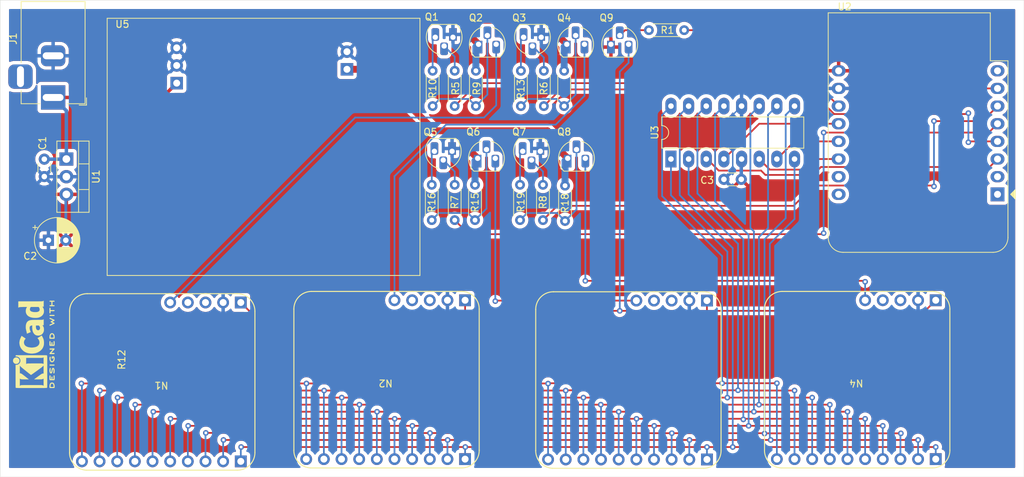
<source format=kicad_pcb>
(kicad_pcb (version 20240108) (generator "pcbnew") (generator_version "8.0")
  (layers (0 "F.Cu" signal) (31 "B.Cu" signal) (34 "B.Paste" user) (35 "F.Paste" user) (36 "B.SilkS" user "B.Silkscreen") (37 "F.SilkS" user "F.Silkscreen") (38 "B.Mask" user) (39 "F.Mask" user) (44 "Edge.Cuts" user))
  (net 0 "")
  (net 1 "GND")
  (net 2 "+12V")
  (net 3 "+5V")
  (net 4 "Net-(U3-~{Q4})")
  (net 5 "Net-(U3-~{Q5})")
  (net 6 "Net-(U3-~{Q8})")
  (net 7 "Net-(U3-~{Q9})")
  (net 8 "Net-(U3-~{Q6})")
  (net 9 "Net-(U3-~{Q3})")
  (net 10 "Net-(U3-~{Q1})")
  (net 11 "Net-(U3-~{Q2})")
  (net 12 "Net-(U3-~{Q7})")
  (net 13 "Net-(Q1-B)")
  (net 14 "Net-(Q1-C)")
  (net 15 "+180V")
  (net 16 "Net-(Q2-B)")
  (net 17 "Net-(Q3-C)")
  (net 18 "Net-(Q3-B)")
  (net 19 "Net-(Q4-B)")
  (net 20 "Net-(Q5-B)")
  (net 21 "Net-(Q5-C)")
  (net 22 "Net-(Q6-B)")
  (net 23 "Net-(Q7-B)")
  (net 24 "Net-(Q7-C)")
  (net 25 "Net-(Q8-B)")
  (net 26 "Net-(U2-D4)")
  (net 27 "Net-(U2-SCK{slash}D5)")
  (net 28 "Net-(U2-MISO{slash}D6)")
  (net 29 "Net-(U2-MOSI{slash}D7)")
  (net 31 "/C")
  (net 32 "/D")
  (net 33 "Net-(N1-VCC)")
  (net 36 "/B")
  (net 37 "/A")
  (net 41 "Net-(N1-A)")
  (net 43 "Net-(N1-0)")
  (net 44 "Net-(N2-A)")
  (net 48 "Net-(N3-A)")
  (net 52 "Net-(N4-A)")
  (net 53 "Net-(Q9-B)")
  (net 54 "Net-(U2-CS{slash}D8)")
  (footprint "Resistor_THT:R_Axial_DIN0204_L3.6mm_D1.6mm_P5.08mm_Horizontal" (layer "F.Cu") (at 96.266 54.5084 90)
    (property "Reference" "R15")
    (property "Value" "10k")
  )
  (footprint "lib:NCH6100HV" (layer "F.Cu") (at 43.34 25.468)
    (property "Reference" "U5")
    (property "Value" "~")
  )
  (footprint "Resistor_THT:R_Axial_DIN0204_L3.6mm_D1.6mm_P5.08mm_Horizontal" (layer "F.Cu") (at 90.17 33.02 -90)
    (property "Reference" "R10")
    (property "Value" "1M")
  )
  (footprint "Package_TO_SOT_THT:TO-92_HandSolder" (layer "F.Cu") (at 109.474 29.21)
    (property "Reference" "Q4")
    (property "Value" "MPSA92")
  )
  (footprint "Connector_BarrelJack:BarrelJack_Horizontal" (layer "F.Cu") (at 35.56 36.861 -90)
    (property "Reference" "J1")
    (property "Value" "Barrel_Jack")
  )
  (footprint "Capacitor_THT:CP_Radial_D6.3mm_P2.50mm" (layer "F.Cu") (at 34.885621 57.404)
    (property "Reference" "C2")
    (property "Value" "10µ")
  )
  (footprint "lib:IN14_Adapter" (layer "F.Cu") (at 83.40852 77.47 180)
    (property "Reference" "N2")
    (property "Value" "~")
  )
  (footprint "Package_TO_SOT_THT:TO-92_HandSolder" (layer "F.Cu") (at 96.647 45.6184)
    (property "Reference" "Q6")
    (property "Value" "MPSA92")
  )
  (footprint "Capacitor_THT:C_Disc_D3.0mm_W1.6mm_P2.50mm" (layer "F.Cu") (at 134.58 48.641 180)
    (property "Reference" "C3")
    (property "Value" "100n")
  )
  (footprint "lib:IN14_Adapter" (layer "F.Cu") (at 151.13 77.47 180)
    (property "Reference" "N4")
    (property "Value" "~")
  )
  (footprint "Resistor_THT:R_Axial_DIN0204_L3.6mm_D1.6mm_P5.08mm_Horizontal" (layer "F.Cu") (at 96.393 38.1 90)
    (property "Reference" "R9")
    (property "Value" "10k")
  )
  (footprint "Package_TO_SOT_THT:TO-92_HandSolder" (layer "F.Cu") (at 105.664 44.6024 180)
    (property "Reference" "Q7")
    (property "Value" "MPSA42")
  )
  (footprint "Package_TO_SOT_THT:TO-92_HandSolder" (layer "F.Cu") (at 93.091 28.194 180)
    (property "Reference" "Q1")
    (property "Value" "MPSA42")
  )
  (footprint "Package_DIP:DIP-16_W7.62mm_LongPads" (layer "F.Cu") (at 124.46 45.72 90)
    (property "Reference" "U3")
    (property "Value" "74141")
  )
  (footprint "Resistor_THT:R_Axial_DIN0204_L3.6mm_D1.6mm_P5.08mm_Horizontal" (layer "F.Cu") (at 109.22 54.6354 90)
    (property "Reference" "R18")
    (property "Value" "10k")
  )
  (footprint "Resistor_THT:R_Axial_DIN0204_L3.6mm_D1.6mm_P5.08mm_Horizontal" (layer "F.Cu") (at 106.172 33.02 -90)
    (property "Reference" "R6")
    (property "Value" "10k")
  )
  (footprint "Resistor_THT:R_Axial_DIN0204_L3.6mm_D1.6mm_P5.08mm_Horizontal" (layer "F.Cu") (at 102.743 49.4284 -90)
    (property "Reference" "R19")
    (property "Value" "1M")
  )
  (footprint "Symbol:KiCad-Logo2_5mm_SilkScreen" (layer "F.Cu") (at 32.766 72.39 90)
    (property "Reference" "LOGO" (hide yes))
    (property "Value" "KiCad-Logo2_5mm_SilkScreen" (hide yes))
  )
  (footprint "Package_TO_SOT_THT:TO-92_HandSolder" (layer "F.Cu") (at 105.791 28.194 180)
    (property "Reference" "Q3")
    (property "Value" "MPSA42")
  )
  (footprint "Resistor_THT:R_Axial_DIN0204_L3.6mm_D1.6mm_P5.08mm_Horizontal" (layer "F.Cu") (at 90.043 49.4284 -90)
    (property "Reference" "R16")
    (property "Value" "1M")
  )
  (footprint "Module:WEMOS_D1_mini_light" (layer "F.Cu") (at 171.45 50.8 180)
    (property "Reference" "U2")
    (property "Value" "WeMos_D1_mini")
  )
  (footprint "Package_TO_SOT_THT:TO-92_HandSolder" (layer "F.Cu") (at 96.774 29.21)
    (property "Reference" "Q2")
    (property "Value" "MPSA92")
  )
  (footprint "Resistor_THT:R_Axial_DIN0204_L3.6mm_D1.6mm_P5.08mm_Horizontal" (layer "F.Cu") (at 93.345 49.4284 -90)
    (property "Reference" "R7")
    (property "Value" "10k")
  )
  (footprint "Resistor_THT:R_Axial_DIN0204_L3.6mm_D1.6mm_P5.08mm_Horizontal" (layer "F.Cu") (at 109.093 38.1 90)
    (property "Reference" "R12")
    (property "Value" "10k")
  )
  (footprint "lib:IN14_Adapter" (layer "F.Cu") (at 51.1335 77.79258 180)
    (property "Reference" "N1")
    (property "Value" "~")
  )
  (footprint "Resistor_THT:R_Axial_DIN0204_L3.6mm_D1.6mm_P5.08mm_Horizontal" (layer "F.Cu") (at 93.345 33.02 -90)
    (property "Reference" "R5")
    (property "Value" "10k")
  )
  (footprint "Package_TO_SOT_THT:TO-92_HandSolder" (layer "F.Cu") (at 115.824 29.21)
    (property "Reference" "Q9")
    (property "Value" "BC547")
  )
  (footprint "Package_TO_SOT_THT:TO-92_HandSolder" (layer "F.Cu") (at 109.601 45.6184)
    (property "Reference" "Q8")
    (property "Value" "MPSA92")
  )
  (footprint "Resistor_THT:R_Axial_DIN0204_L3.6mm_D1.6mm_P5.08mm_Horizontal" (layer "F.Cu") (at 121.285 27.178)
    (property "Reference" "R1")
    (property "Value" "10k")
  )
  (footprint "Package_TO_SOT_THT:TO-92_HandSolder" (layer "F.Cu") (at 92.964 44.6024 180)
    (property "Reference" "Q5")
    (property "Value" "MPSA42")
  )
  (footprint "Package_TO_SOT_THT:TO-220-3_Vertical" (layer "F.Cu") (at 37.465 45.72 -90)
    (property "Reference" "U1")
    (property "Value" "L7805")
  )
  (footprint "Resistor_THT:R_Axial_DIN0204_L3.6mm_D1.6mm_P5.08mm_Horizontal" (layer "F.Cu") (at 102.87 33.02 -90)
    (property "Reference" "R13")
    (property "Value" "1M")
  )
  (footprint "Capacitor_THT:C_Disc_D3.0mm_W1.6mm_P2.50mm" (layer "F.Cu") (at 34.29 48.24 90)
    (property "Reference" "C1")
    (property "Value" "100n")
  )
  (footprint "lib:IN14_Adapter" (layer "F.Cu") (at 118.20906 77.51826 180)
    (property "Reference" "N3" (hide yes))
    (property "Value" "~" (hide yes))
  )
  (footprint "Resistor_THT:R_Axial_DIN0204_L3.6mm_D1.6mm_P5.08mm_Horizontal" (layer "F.Cu") (at 106.045 49.4284 -90)
    (property "Reference" "R8")
    (property "Value" "10k")
  )
  (gr_rect (start 27.94 22.86) (end 175.26 91.44) (stroke (width 0.05)) (fill none) (layer "Edge.Cuts"))
  (segment (start 132.08 48.641) (end 133.35 47.371) (width 0.2) (layer "B.Cu") (net 1))
  (segment (start 133.35 39.37) (end 134.62 38.1) (width 0.2) (layer "B.Cu") (net 1))
  (segment (start 133.35 47.371) (end 133.35 39.37) (width 0.2) (layer "B.Cu") (net 1))
  (segment (start 34.31 48.26) (end 34.29 48.24) (width 0.5) (layer "B.Cu") (net 1))
  (segment (start 37.465 48.26) (end 34.31 48.26) (width 0.5) (layer "B.Cu") (net 1))
  (segment (start 51.277 36.861) (end 53.34 34.798) (width 0.5) (layer "F.Cu") (net 2))
  (segment (start 35.56 36.861) (end 51.277 36.861) (width 0.5) (layer "F.Cu") (net 2))
  (segment (start 37.445 45.74) (end 37.465 45.72) (width 0.5) (layer "B.Cu") (net 2))
  (segment (start 37.465 38.766) (end 35.56 36.861) (width 0.5) (layer "B.Cu") (net 2))
  (segment (start 34.33 38.091) (end 35.56 36.861) (width 0.5) (layer "B.Cu") (net 2))
  (segment (start 34.29 45.74) (end 37.445 45.74) (width 0.5) (layer "B.Cu") (net 2))
  (segment (start 37.465 45.72) (end 37.465 38.766) (width 0.5) (layer "B.Cu") (net 2))
  (segment (start 148.336 33.274) (end 148.59 33.02) (width 0.5) (layer "F.Cu") (net 3))
  (segment (start 37.465 50.8) (end 37.5704 50.9054) (width 0.5) (layer "F.Cu") (net 3))
  (segment (start 37.385621 57.404) (end 37.385621 50.879379) (width 0.4) (layer "B.Cu") (net 3))
  (segment (start 134.58 45.76) (end 134.62 45.72) (width 0.5) (layer "B.Cu") (net 3))
  (segment (start 134.58 48.26) (end 134.58 45.76) (width 0.5) (layer "B.Cu") (net 3))
  (segment (start 37.385621 50.879379) (end 37.465 50.8) (width 0.4) (layer "B.Cu") (net 3))
  (segment (start 54.991 84.10956) (end 87.249 84.10956) (width 0.25) (layer "F.Cu") (net 4))
  (segment (start 154.94 84.10956) (end 135.636 84.10956) (width 0.25) (layer "F.Cu") (net 4))
  (segment (start 87.249 84.10956) (end 122.047 84.10956) (width 0.25) (layer "F.Cu") (net 4))
  (segment (start 122.047 84.10956) (end 135.636 84.10956) (width 0.25) (layer "F.Cu") (net 4))
  (via (at 87.249 84.10956) (size 0.8) (drill 0.4) (layers "F.Cu" "B.Cu") (net 4))
  (via (at 135.636 84.10956) (size 0.8) (drill 0.4) (layers "F.Cu" "B.Cu") (net 4))
  (via (at 154.94 84.10956) (size 0.8) (drill 0.4) (layers "F.Cu" "B.Cu") (net 4))
  (via (at 54.991 84.10956) (size 0.8) (drill 0.4) (layers "F.Cu" "B.Cu") (net 4))
  (via (at 122.047 84.10956) (size 0.8) (drill 0.4) (layers "F.Cu" "B.Cu") (net 4))
  (segment (start 87.21852 88.9) (end 87.21852 84.14004) (width 0.25) (layer "B.Cu") (net 4))
  (segment (start 54.9435 89.22258) (end 54.9435 84.15706) (width 0.25) (layer "B.Cu") (net 4))
  (segment (start 130.81 39.37) (end 130.81 51.816) (width 0.25) (layer "B.Cu") (net 4))
  (segment (start 122.01906 84.1121) (end 122.04446 84.1121) (width 0.25) (layer "B.Cu") (net 4))
  (segment (start 122.04446 84.1121) (end 122.047 84.10956) (width 0.25) (layer "B.Cu") (net 4))
  (segment (start 154.94 88.9) (end 154.94 84.10956) (width 0.25) (layer "B.Cu") (net 4))
  (segment (start 122.01906 88.94826) (end 122.01906 84.1121) (width 0.25) (layer "B.Cu") (net 4))
  (segment (start 130.81 51.816) (end 135.636 56.642) (width 0.25) (layer "B.Cu") (net 4))
  (segment (start 132.08 38.1) (end 130.81 39.37) (width 0.25) (layer "B.Cu") (net 4))
  (segment (start 54.9435 84.15706) (end 54.991 84.10956) (width 0.25) (layer "B.Cu") (net 4))
  (segment (start 87.21852 84.14004) (end 87.249 84.10956) (width 0.25) (layer "B.Cu") (net 4))
  (segment (start 135.636 56.642) (end 135.636 84.10956) (width 0.25) (layer "B.Cu") (net 4))
  (segment (start 152.4 83.09356) (end 134.96544 83.09356) (width 0.25) (layer "F.Cu") (net 5))
  (segment (start 84.709 83.09356) (end 52.451 83.09356) (width 0.25) (layer "F.Cu") (net 5))
  (segment (start 119.507 83.09356) (end 134.78256 83.09356) (width 0.25) (layer "F.Cu") (net 5))
  (segment (start 134.96544 83.09356) (end 134.874 83.185) (width 0.25) (layer "F.Cu") (net 5))
  (segment (start 119.507 83.09356) (end 84.709 83.09356) (width 0.25) (layer "F.Cu") (net 5))
  (segment (start 134.78256 83.09356) (end 134.874 83.185) (width 0.25) (layer "F.Cu") (net 5))
  (via (at 52.451 83.09356) (size 0.8) (drill 0.4) (layers "F.Cu" "B.Cu") (net 5))
  (via (at 134.874 83.185) (size 0.8) (drill 0.4) (layers "F.Cu" "B.Cu") (net 5))
  (via (at 152.4 83.09356) (size 0.8) (drill 0.4) (layers "F.Cu" "B.Cu") (net 5))
  (via (at 119.507 83.09356) (size 0.8) (drill 0.4) (layers "F.Cu" "B.Cu") (net 5))
  (via (at 84.709 83.09356) (size 0.8) (drill 0.4) (layers "F.Cu" "B.Cu") (net 5))
  (segment (start 119.47906 83.0961) (end 119.50446 83.0961) (width 0.25) (layer "B.Cu") (net 5))
  (segment (start 128.27 39.37) (end 128.27 50.673) (width 0.25) (layer "B.Cu") (net 5))
  (segment (start 84.67852 88.9) (end 84.67852 83.12404) (width 0.25) (layer "B.Cu") (net 5))
  (segment (start 129.54 38.1) (end 128.27 39.37) (width 0.25) (layer "B.Cu") (net 5))
  (segment (start 134.874 57.277) (end 134.874 83.185) (width 0.25) (layer "B.Cu") (net 5))
  (segment (start 119.47906 88.94826) (end 119.47906 83.0961) (width 0.25) (layer "B.Cu") (net 5))
  (segment (start 52.4035 89.22258) (end 52.4035 83.14106) (width 0.25) (layer "B.Cu") (net 5))
  (segment (start 84.67852 83.12404) (end 84.709 83.09356) (width 0.25) (layer "B.Cu") (net 5))
  (segment (start 119.50446 83.0961) (end 119.507 83.09356) (width 0.25) (layer "B.Cu") (net 5))
  (segment (start 128.27 50.673) (end 134.874 57.277) (width 0.25) (layer "B.Cu") (net 5))
  (segment (start 52.4035 83.14106) (end 52.451 83.09356) (width 0.25) (layer "B.Cu") (net 5))
  (segment (start 152.4 88.9) (end 152.4 83.09356) (width 0.25) (layer "B.Cu") (net 5))
  (segment (start 144.78 80.04556) (end 132.575 80.04556) (width 0.25) (layer "F.Cu") (net 6))
  (segment (start 111.8616 80.04556) (end 132.575 80.04556) (width 0.25) (layer "F.Cu") (net 6))
  (segment (start 44.831 80.04556) (end 111.8616 80.04556) (width 0.25) (layer "F.Cu") (net 6))
  (via (at 132.575 80.04556) (size 0.8) (drill 0.4) (layers "F.Cu" "B.Cu") (net 6))
  (via (at 144.78 80.04556) (size 0.8) (drill 0.4) (layers "F.Cu" "B.Cu") (net 6))
  (via (at 111.8616 80.04556) (size 0.8) (drill 0.4) (layers "F.Cu" "B.Cu") (net 6))
  (via (at 77.089 80.04556) (size 0.8) (drill 0.4) (layers "F.Cu" "B.Cu") (net 6))
  (via (at 44.831 80.04556) (size 0.8) (drill 0.4) (layers "F.Cu" "B.Cu") (net 6))
  (segment (start 144.6784 79.94396) (end 144.78 80.04556) (width 0.25) (layer "B.Cu") (net 6))
  (segment (start 111.85906 88.94826) (end 111.85906 80.0481) (width 0.25) (layer "B.Cu") (net 6))
  (segment (start 44.7835 80.09306) (end 44.831 80.04556) (width 0.25) (layer "B.Cu") (net 6))
  (segment (start 77.05852 80.07604) (end 77.089 80.04556) (width 0.25) (layer "B.Cu") (net 6))
  (segment (start 124.46 45.72) (end 124.46 50.927) (width 0.25) (layer "B.Cu") (net 6))
  (segment (start 144.961616 80.04556) (end 144.78 80.04556) (width 0.25) (layer "B.Cu") (net 6))
  (segment (start 44.7835 89.22258) (end 44.7835 80.09306) (width 0.25) (layer "B.Cu") (net 6))
  (segment (start 77.05852 88.9) (end 77.05852 80.07604) (width 0.25) (layer "B.Cu") (net 6))
  (segment (start 124.46 50.927) (end 132.575 59.042) (width 0.25) (layer "B.Cu") (net 6))
  (segment (start 111.85906 80.0481) (end 111.8616 80.04556) (width 0.25) (layer "B.Cu") (net 6))
  (segment (start 144.78 88.9) (end 144.78 80.04556) (width 0.25) (layer "B.Cu") (net 6))
  (segment (start 144.653 79.91856) (end 144.78 80.04556) (width 0.25) (layer "B.Cu") (net 6))
  (segment (start 132.575 59.042) (end 132.575 80.04556) (width 0.25) (layer "B.Cu") (net 6))
  (segment (start 74.549 79.02956) (end 109.3216 79.02956) (width 0.25) (layer "F.Cu") (net 7))
  (segment (start 109.3216 79.02956) (end 109.35716 78.994) (width 0.25) (layer "F.Cu") (net 7))
  (segment (start 109.35716 78.994) (end 134.112 78.994) (width 0.25) (layer "F.Cu") (net 7))
  (segment (start 74.549 79.02956) (end 42.291 79.02956) (width 0.25) (layer "F.Cu") (net 7))
  (segment (start 134.14756 79.02956) (end 134.112 78.994) (width 0.25) (layer "F.Cu") (net 7))
  (segment (start 142.24 79.02956) (end 134.14756 79.02956) (width 0.25) (layer "F.Cu") (net 7))
  (via (at 42.291 79.02956) (size 0.8) (drill 0.4) (layers "F.Cu" "B.Cu") (net 7))
  (via (at 134.112 78.994) (size 0.8) (drill 0.4) (layers "F.Cu" "B.Cu") (net 7))
  (via (at 142.24 79.02956) (size 0.8) (drill 0.4) (layers "F.Cu" "B.Cu") (net 7))
  (via (at 109.3216 79.02956) (size 0.8) (drill 0.4) (layers "F.Cu" "B.Cu") (net 7))
  (via (at 74.549 79.02956) (size 0.8) (drill 0.4) (layers "F.Cu" "B.Cu") (net 7))
  (segment (start 127 45.72) (end 127 50.8) (width 0.25) (layer "B.Cu") (net 7))
  (segment (start 42.2435 89.22258) (end 42.2435 79.07706) (width 0.25) (layer "B.Cu") (net 7))
  (segment (start 127 50.8) (end 134.112 57.912) (width 0.25) (layer "B.Cu") (net 7))
  (segment (start 109.31906 79.0321) (end 109.3216 79.02956) (width 0.25) (layer "B.Cu") (net 7))
  (segment (start 109.31906 88.94826) (end 109.31906 79.0321) (width 0.25) (layer "B.Cu") (net 7))
  (segment (start 42.2435 79.07706) (end 42.291 79.02956) (width 0.25) (layer "B.Cu") (net 7))
  (segment (start 74.51852 88.9) (end 74.51852 79.06004) (width 0.25) (layer "B.Cu") (net 7))
  (segment (start 74.51852 79.06004) (end 74.549 79.02956) (width 0.25) (layer "B.Cu") (net 7))
  (segment (start 142.24 88.9) (end 142.24 79.02956) (width 0.25) (layer "B.Cu") (net 7))
  (segment (start 134.112 57.912) (end 134.112 78.994) (width 0.25) (layer "B.Cu") (net 7))
  (segment (start 116.9416 82.07756) (end 82.169 82.07756) (width 0.25) (layer "F.Cu") (net 8))
  (segment (start 82.169 82.07756) (end 49.973 82.07756) (width 0.25) (layer "F.Cu") (net 8))
  (segment (start 49.973 82.07756) (end 49.911 82.07756) (width 0.25) (layer "F.Cu") (net 8))
  (segment (start 116.9416 82.07756) (end 136.398 82.07756) (width 0.25) (layer "F.Cu") (net 8))
  (segment (start 149.86 82.07756) (end 136.398 82.07756) (width 0.25) (layer "F.Cu") (net 8))
  (via (at 82.169 82.07756) (size 0.8) (drill 0.4) (layers "F.Cu" "B.Cu") (net 8))
  (via (at 49.973 82.07756) (size 0.8) (drill 0.4) (layers "F.Cu" "B.Cu") (net 8))
  (via (at 149.86 82.07756) (size 0.8) (drill 0.4) (layers "F.Cu" "B.Cu") (net 8))
  (via (at 136.398 82.07756) (size 0.8) (drill 0.4) (layers "F.Cu" "B.Cu") (net 8))
  (via (at 116.9416 82.07756) (size 0.8) (drill 0.4) (layers "F.Cu" "B.Cu") (net 8))
  (segment (start 137.16 38.1) (end 135.89 39.37) (width 0.25) (layer "B.Cu") (net 8))
  (segment (start 149.86 88.9) (end 149.86 82.07756) (width 0.25) (layer "B.Cu") (net 8))
  (segment (start 135.89 39.37) (end 135.89 55.626) (width 0.25) (layer "B.Cu") (net 8))
  (segment (start 49.8635 82.18706) (end 49.973 82.07756) (width 0.25) (layer "B.Cu") (net 8))
  (segment (start 135.89 55.626) (end 136.398 56.134) (width 0.25) (layer "B.Cu") (net 8))
  (segment (start 116.93906 82.0801) (end 116.9416 82.07756) (width 0.25) (layer "B.Cu") (net 8))
  (segment (start 136.398 56.134) (end 136.398 82.07756) (width 0.25) (layer "B.Cu") (net 8))
  (segment (start 82.13852 82.10804) (end 82.169 82.07756) (width 0.25) (layer "B.Cu") (net 8))
  (segment (start 116.93906 88.94826) (end 116.93906 82.0801) (width 0.25) (layer "B.Cu") (net 8))
  (segment (start 49.8635 89.22258) (end 49.8635 82.18706) (width 0.25) (layer "B.Cu") (net 8))
  (segment (start 82.13852 88.9) (end 82.13852 82.10804) (width 0.25) (layer "B.Cu") (net 8))
  (segment (start 124.587 85.168135) (end 89.789 85.146041) (width 0.25) (layer "F.Cu") (net 9))
  (segment (start 157.5435 85.18906) (end 137.94994 85.18906) (width 0.25) (layer "F.Cu") (net 9))
  (segment (start 89.789 85.146041) (end 57.531 85.12556) (width 0.25) (layer "F.Cu") (net 9))
  (segment (start 137.873135 85.168135) (end 137.922 85.217) (width 0.25) (layer "F.Cu") (net 9))
  (segment (start 124.587 85.168135) (end 137.873135 85.168135) (width 0.25) (layer "F.Cu") (net 9))
  (segment (start 137.94994 85.18906) (end 137.922 85.217) (width 0.25) (layer "F.Cu") (net 9))
  (via (at 157.5435 85.18906) (size 0.8) (drill 0.4) (layers "F.Cu" "B.Cu") (net 9))
  (via (at 89.789 85.146041) (size 0.8) (drill 0.4) (layers "F.Cu" "B.Cu") (net 9))
  (via (at 137.922 85.217) (size 0.8) (drill 0.4) (layers "F.Cu" "B.Cu") (net 9))
  (via (at 124.587 85.168135) (size 0.8) (drill 0.4) (layers "F.Cu" "B.Cu") (net 9))
  (via (at 57.531 85.12556) (size 0.8) (drill 0.4) (layers "F.Cu" "B.Cu") (net 9))
  (segment (start 124.55906 88.94826) (end 124.55906 85.19414) (width 0.25) (layer "B.Cu") (net 9))
  (segment (start 137.922 57.277) (end 137.922 85.217) (width 0.25) (layer "B.Cu") (net 9))
  (segment (start 89.75852 88.9) (end 89.75852 85.176521) (width 0.25) (layer "B.Cu") (net 9))
  (segment (start 124.560995 85.19414) (end 124.587 85.168135) (width 0.25) (layer "B.Cu") (net 9))
  (segment (start 124.55906 85.19414) (end 124.560995 85.19414) (width 0.25) (layer "B.Cu") (net 9))
  (segment (start 57.4835 85.17306) (end 57.531 85.12556) (width 0.25) (layer "B.Cu") (net 9))
  (segment (start 57.4835 89.22258) (end 57.4835 85.17306) (width 0.25) (layer "B.Cu") (net 9))
  (segment (start 157.5435 85.18906) (end 157.48 85.25256) (width 0.25) (layer "B.Cu") (net 9))
  (segment (start 89.75852 85.176521) (end 89.789 85.146041) (width 0.25) (layer "B.Cu") (net 9))
  (segment (start 142.24 38.1) (end 140.97 39.37) (width 0.25) (layer "B.Cu") (net 9))
  (segment (start 157.48 85.25256) (end 157.48 88.9) (width 0.25) (layer "B.Cu") (net 9))
  (segment (start 140.97 54.229) (end 137.922 57.277) (width 0.25) (layer "B.Cu") (net 9))
  (segment (start 140.97 39.37) (end 140.97 54.229) (width 0.25) (layer "B.Cu") (net 9))
  (segment (start 162.56 87.15756) (end 133.35 87.15756) (width 0.25) (layer "F.Cu") (net 10))
  (segment (start 94.869 87.15756) (end 62.611 87.15756) (width 0.25) (layer "F.Cu") (net 10))
  (segment (start 94.869 87.15756) (end 133.35 87.15756) (width 0.25) (layer "F.Cu") (net 10))
  (via (at 94.869 87.15756) (size 0.8) (drill 0.4) (layers "F.Cu" "B.Cu") (net 10))
  (via (at 129.63906 87.1601) (size 0.8) (drill 0.4) (layers "F.Cu" "B.Cu") (net 10))
  (via (at 162.56 87.15756) (size 0.8) (drill 0.4) (layers "F.Cu" "B.Cu") (net 10))
  (via (at 62.611 87.15756) (size 0.8) (drill 0.4) (layers "F.Cu" "B.Cu") (net 10))
  (via (at 133.35 87.15756) (size 0.8) (drill 0.4) (layers "F.Cu" "B.Cu") (net 10))
  (segment (start 94.83852 88.9) (end 94.83852 87.18804) (width 0.25) (layer "B.Cu") (net 10))
  (segment (start 125.73 50.927) (end 133.35 58.547) (width 0.25) (layer "B.Cu") (net 10))
  (segment (start 133.35 58.547) (end 133.35 87.15756) (width 0.25) (layer "B.Cu") (net 10))
  (segment (start 94.83852 87.18804) (end 94.869 87.15756) (width 0.25) (layer "B.Cu") (net 10))
  (segment (start 127 38.1) (end 125.73 39.37) (width 0.25) (layer "B.Cu") (net 10))
  (segment (start 129.63906 88.94826) (end 129.63906 87.1601) (width 0.25) (layer "B.Cu") (net 10))
  (segment (start 62.5635 87.20506) (end 62.611 87.15756) (width 0.25) (layer "B.Cu") (net 10))
  (segment (start 162.56 88.9) (end 162.56 87.15756) (width 0.25) (layer "B.Cu") (net 10))
  (segment (start 62.5635 89.22258) (end 62.5635 87.20506) (width 0.25) (layer "B.Cu") (net 10))
  (segment (start 125.73 39.37) (end 125.73 50.927) (width 0.25) (layer "B.Cu") (net 10))
  (segment (start 151.13 86.14156) (end 138.811 86.14156) (width 0.25) (layer "F.Cu") (net 11))
  (segment (start 160.02 86.14156) (end 151.13 86.14156) (width 0.25) (layer "F.Cu") (net 11))
  (segment (start 97.9424 86.14156) (end 60.071 86.14156) (width 0.25) (layer "F.Cu") (net 11))
  (segment (start 138.811 86.14156) (end 127.127 86.14156) (width 0.25) (layer "F.Cu") (net 11))
  (segment (start 127.127 86.14156) (end 97.9424 86.14156) (width 0.25) (layer "F.Cu") (net 11))
  (via (at 127.127 86.14156) (size 0.8) (drill 0.4) (layers "F.Cu" "B.Cu") (net 11))
  (via (at 138.811 86.14156) (size 0.8) (drill 0.4) (layers "F.Cu" "B.Cu") (net 11))
  (via (at 160.02 86.14156) (size 0.8) (drill 0.4) (layers "F.Cu" "B.Cu") (net 11))
  (via (at 92.329 86.14156) (size 0.8) (drill 0.4) (layers "F.Cu" "B.Cu") (net 11))
  (via (at 60.071 86.14156) (size 0.8) (drill 0.4) (layers "F.Cu" "B.Cu") (net 11))
  (segment (start 142.24 45.72) (end 142.24 54.356) (width 0.25) (layer "B.Cu") (net 11))
  (segment (start 138.684 57.912) (end 138.684 86.01456) (width 0.25) (layer "B.Cu") (net 11))
  (segment (start 92.29852 86.17204) (end 92.329 86.14156) (width 0.25) (layer "B.Cu") (net 11))
  (segment (start 127.09906 86.11362) (end 127.127 86.14156) (width 0.25) (layer "B.Cu") (net 11))
  (segment (start 60.0235 89.22258) (end 60.0235 86.18906) (width 0.25) (layer "B.Cu") (net 11))
  (segment (start 142.24 54.356) (end 138.684 57.912) (width 0.25) (layer "B.Cu") (net 11))
  (segment (start 60.0235 86.18906) (end 60.071 86.14156) (width 0.25) (layer "B.Cu") (net 11))
  (segment (start 160.02 88.9) (end 160.02 86.14156) (width 0.25) (layer "B.Cu") (net 11))
  (segment (start 92.29852 88.9) (end 92.29852 86.17204) (width 0.25) (layer "B.Cu") (net 11))
  (segment (start 138.684 86.01456) (end 138.811 86.14156) (width 0.25) (layer "B.Cu") (net 11))
  (segment (start 127.09906 88.94826) (end 127.09906 86.11362) (width 0.25) (layer "B.Cu") (net 11))
  (segment (start 147.32 81.06156) (end 137.124444 81.06156) (width 0.25) (layer "F.Cu") (net 12))
  (segment (start 79.629 81.06156) (end 47.371 81.06156) (width 0.25) (layer "F.Cu") (net 12))
  (segment (start 114.36604 81.06156) (end 137.124442 81.06156) (width 0.25) (layer "F.Cu") (net 12))
  (segment (start 137.195558 81.06156) (end 137.124444 81.06156) (width 0.25) (layer "F.Cu") (net 12))
  (segment (start 79.629 81.06156) (end 114.33556 81.06156) (width 0.25) (layer "F.Cu") (net 12))
  (via (at 147.32 81.06156) (size 0.8) (drill 0.4) (layers "F.Cu" "B.Cu") (net 12))
  (via (at 79.629 81.06156) (size 0.8) (drill 0.4) (layers "F.Cu" "B.Cu") (net 12))
  (via (at 114.36604 81.06156) (size 0.8) (drill 0.4) (layers "F.Cu" "B.Cu") (net 12))
  (via (at 137.124444 81.06156) (size 0.8) (drill 0.4) (layers "F.Cu" "B.Cu") (net 12))
  (via (at 47.371 81.06156) (size 0.8) (drill 0.4) (layers "F.Cu" "B.Cu") (net 12))
  (segment (start 79.59852 88.9) (end 79.59852 81.09204) (width 0.25) (layer "B.Cu") (net 12))
  (segment (start 47.3235 81.10906) (end 47.371 81.06156) (width 0.25) (layer "B.Cu") (net 12))
  (segment (start 137.12444 81.061556) (end 137.124444 81.06156) (width 0.25) (layer "B.Cu") (net 12))
  (segment (start 138.43 55.626) (end 137.12444 56.93156) (width 0.25) (layer "B.Cu") (net 12))
  (segment (start 114.39906 88.94826) (end 114.39906 81.09458) (width 0.25) (layer "B.Cu") (net 12))
  (segment (start 79.59852 81.09204) (end 79.629 81.06156) (width 0.25) (layer "B.Cu") (net 12))
  (segment (start 114.39906 81.09458) (end 114.36604 81.06156) (width 0.25) (layer "B.Cu") (net 12))
  (segment (start 137.12444 56.93156) (end 137.12444 81.061556) (width 0.25) (layer "B.Cu") (net 12))
  (segment (start 47.3235 89.22258) (end 47.3235 81.10906) (width 0.25) (layer "B.Cu") (net 12))
  (segment (start 139.7 38.1) (end 138.43 39.37) (width 0.25) (layer "B.Cu") (net 12))
  (segment (start 147.32 88.9) (end 147.32 81.06156) (width 0.25) (layer "B.Cu") (net 12))
  (segment (start 138.43 39.37) (end 138.43 55.626) (width 0.25) (layer "B.Cu") (net 12))
  (segment (start 93.345 33.02) (end 93.345 30.988) (width 0.25) (layer "B.Cu") (net 13))
  (segment (start 93.345 30.988) (end 91.821 29.464) (width 0.25) (layer "B.Cu") (net 13))
  (segment (start 90.17 33.02) (end 90.17 28.575) (width 0.25) (layer "B.Cu") (net 14))
  (segment (start 90.17 28.575) (end 90.551 28.194) (width 0.25) (layer "B.Cu") (net 14))
  (segment (start 106.68 41.656) (end 107.95 42.926) (width 1) (layer "F.Cu") (net 15))
  (segment (start 108.077 26.83) (end 108.077 27.813) (width 1) (layer "F.Cu") (net 15))
  (segment (start 95.377 44.3484) (end 95.377 41.656) (width 1) (layer "F.Cu") (net 15))
  (segment (start 95.504 25.74) (end 106.987 25.74) (width 1) (layer "F.Cu") (net 15))
  (segment (start 107.95 43.9674) (end 109.601 45.6184) (width 1) (layer "F.Cu") (net 15))
  (segment (start 77.84 32.808) (end 82.96768 32.808) (width 1) (layer "F.Cu") (net 15))
  (segment (start 107.95 42.926) (end 107.95 43.9674) (width 1) (layer "F.Cu") (net 15))
  (segment (start 95.377 41.656) (end 106.68 41.656) (width 1) (layer "F.Cu") (net 15))
  (segment (start 106.987 25.74) (end 108.077 26.83) (width 1) (layer "F.Cu") (net 15))
  (segment (start 109.474 29.21) (end 108.077 27.813) (width 1) (layer "F.Cu") (net 15))
  (segment (start 90.03568 25.74) (end 95.504 25.74) (width 1) (layer "F.Cu") (net 15))
  (segment (start 82.96768 34.17676) (end 90.44692 41.656) (width 1) (layer "F.Cu") (net 15))
  (segment (start 82.96768 32.808) (end 90.03568 25.74) (width 1) (layer "F.Cu") (net 15))
  (segment (start 95.504 27.94) (end 95.504 25.74) (width 1) (layer "F.Cu") (net 15))
  (segment (start 95.377 41.656) (end 90.44692 41.656) (width 1) (layer "F.Cu") (net 15))
  (segment (start 95.504 27.94) (end 96.774 29.21) (width 1) (layer "F.Cu") (net 15))
  (segment (start 96.647 45.6184) (end 95.377 44.3484) (width 1) (layer "F.Cu") (net 15))
  (segment (start 82.96768 32.808) (end 82.96768 34.17676) (width 1) (layer "F.Cu") (net 15))
  (segment (start 109.093 33.02) (end 109.093 29.591) (width 1) (layer "B.Cu") (net 15))
  (segment (start 96.266 49.4284) (end 96.266 45.9994) (width 1) (layer "B.Cu") (net 15))
  (segment (start 109.22 45.9994) (end 109.601 45.6184) (width 1) (layer "B.Cu") (net 15))
  (segment (start 96.266 45.9994) (end 96.647 45.6184) (width 1) (layer "B.Cu") (net 15))
  (segment (start 96.393 29.591) (end 96.774 29.21) (width 1) (layer "B.Cu") (net 15))
  (segment (start 109.22 49.5554) (end 109.22 45.9994) (width 1) (layer "B.Cu") (net 15))
  (segment (start 96.393 33.02) (end 96.393 29.591) (width 1) (layer "B.Cu") (net 15))
  (segment (start 109.093 29.591) (end 109.474 29.21) (width 1) (layer "B.Cu") (net 15))
  (segment (start 98.044 27.94) (end 98.044 36.449) (width 0.25) (layer "B.Cu") (net 16))
  (segment (start 98.044 36.449) (end 96.393 38.1) (width 0.25) (layer "B.Cu") (net 16))
  (segment (start 90.17 38.1) (end 91.195 37.075) (width 0.25) (layer "B.Cu") (net 16))
  (segment (start 95.368 37.075) (end 96.393 38.1) (width 0.25) (layer "B.Cu") (net 16))
  (segment (start 91.195 37.075) (end 95.368 37.075) (width 0.25) (layer "B.Cu") (net 16))
  (segment (start 102.87 28.575) (end 103.251 28.194) (width 0.25) (layer "B.Cu") (net 17))
  (segment (start 102.87 33.02) (end 102.87 28.575) (width 0.25) (layer "B.Cu") (net 17))
  (segment (start 106.172 31.115) (end 104.521 29.464) (width 0.25) (layer "B.Cu") (net 18))
  (segment (start 106.172 33.02) (end 106.172 31.115) (width 0.25) (layer "B.Cu") (net 18))
  (segment (start 102.87 38.1) (end 103.895 37.075) (width 0.25) (layer "B.Cu") (net 19))
  (segment (start 110.744 36.449) (end 109.093 38.1) (width 0.25) (layer "B.Cu") (net 19))
  (segment (start 110.744 27.94) (end 110.744 36.449) (width 0.25) (layer "B.Cu") (net 19))
  (segment (start 103.895 37.075) (end 108.068 37.075) (width 0.25) (layer "B.Cu") (net 19))
  (segment (start 108.068 37.075) (end 109.093 38.1) (width 0.25) (layer "B.Cu") (net 19))
  (segment (start 93.345 47.5234) (end 91.694 45.8724) (width 0.25) (layer "B.Cu") (net 20))
  (segment (start 93.345 49.4284) (end 93.345 47.5234) (width 0.25) (layer "B.Cu") (net 20))
  (segment (start 90.043 44.9834) (end 90.043 49.4284) (width 0.25) (layer "B.Cu") (net 21))
  (segment (start 90.424 44.6024) (end 90.043 44.9834) (width 0.25) (layer "B.Cu") (net 21))
  (segment (start 90.043 54.5084) (end 91.068 53.4834) (width 0.25) (layer "B.Cu") (net 22))
  (segment (start 97.917 52.8574) (end 97.917 44.3484) (width 0.25) (layer "B.Cu") (net 22))
  (segment (start 96.266 54.5084) (end 97.917 52.8574) (width 0.25) (layer "B.Cu") (net 22))
  (segment (start 95.241 53.4834) (end 96.266 54.5084) (width 0.25) (layer "B.Cu") (net 22))
  (segment (start 91.068 53.4834) (end 95.241 53.4834) (width 0.25) (layer "B.Cu") (net 22))
  (segment (start 106.045 47.5234) (end 104.394 45.8724) (width 0.25) (layer "B.Cu") (net 23))
  (segment (start 106.045 49.4284) (end 106.045 47.5234) (width 0.25) (layer "B.Cu") (net 23))
  (segment (start 102.743 49.4284) (end 102.743 44.9834) (width 0.25) (layer "B.Cu") (net 24))
  (segment (start 102.743 44.9834) (end 103.124 44.6024) (width 0.25) (layer "B.Cu") (net 24))
  (segment (start 110.871 52.9844) (end 110.871 44.3484) (width 0.25) (layer "B.Cu") (net 25))
  (segment (start 103.768 53.4834) (end 108.068 53.4834) (width 0.25) (layer "B.Cu") (net 25))
  (segment (start 109.22 54.6354) (end 110.871 52.9844) (width 0.25) (layer "B.Cu") (net 25))
  (segment (start 102.743 54.5084) (end 103.768 53.4834) (width 0.25) (layer "B.Cu") (net 25))
  (segment (start 108.068 53.4834) (end 109.22 54.6354) (width 0.25) (layer "B.Cu") (net 25))
  (segment (start 145.288 34.798) (end 148.59 38.1) (width 0.25) (layer "F.Cu") (net 26))
  (segment (start 96.647 34.798) (end 145.288 34.798) (width 0.25) (layer "F.Cu") (net 26))
  (segment (start 93.345 38.1) (end 96.647 34.798) (width 0.25) (layer "F.Cu") (net 26))
  (segment (start 167.386 43.18) (end 171.45 43.18) (width 0.25) (layer "F.Cu") (net 27))
  (segment (start 106.172 38.1) (end 108.567 35.705) (width 0.25) (layer "F.Cu") (net 27))
  (segment (start 167.259 43.307) (end 167.386 43.18) (width 0.25) (layer "F.Cu") (net 27))
  (segment (start 167.132 39.243) (end 167.259 39.116) (width 0.25) (layer "F.Cu") (net 27))
  (segment (start 108.567 35.705) (end 144.40401 35.705) (width 0.25) (layer "F.Cu") (net 27))
  (segment (start 144.40401 35.705) (end 147.94201 39.243) (width 0.25) (layer "F.Cu") (net 27))
  (segment (start 147.94201 39.243) (end 167.132 39.243) (width 0.25) (layer "F.Cu") (net 27))
  (via (at 167.259 43.307) (size 0.8) (drill 0.4) (layers "F.Cu" "B.Cu") (net 27))
  (via (at 167.259 39.116) (size 0.8) (drill 0.4) (layers "F.Cu" "B.Cu") (net 27))
  (segment (start 167.259 43.307) (end 167.259 39.116) (width 0.25) (layer "B.Cu") (net 27))
  (segment (start 170.179996 41.910004) (end 146.431 41.910004) (width 0.25) (layer "F.Cu") (net 28))
  (segment (start 95.3646 56.528) (end 146.290992 56.528) (width 0.25) (layer "F.Cu") (net 28))
  (segment (start 146.290992 56.528) (end 146.430996 56.387996) (width 0.25) (layer "F.Cu") (net 28))
  (segment (start 93.345 54.5084) (end 95.3646 56.528) (width 0.25) (layer "F.Cu") (net 28))
  (segment (start 171.45 40.64) (end 170.179996 41.910004) (width 0.25) (layer "F.Cu") (net 28))
  (via (at 146.431 41.910004) (size 0.8) (drill 0.4) (layers "F.Cu" "B.Cu") (net 28))
  (via (at 146.430996 56.387996) (size 0.8) (drill 0.4) (layers "F.Cu" "B.Cu") (net 28))
  (segment (start 146.431 56.387992) (end 146.430996 56.387996) (width 0.25) (layer "B.Cu") (net 28))
  (segment (start 146.431 41.910004) (end 146.431 56.387992) (width 0.25) (layer "B.Cu") (net 28))
  (segment (start 162.179 49.53) (end 162.306 49.657) (width 0.25) (layer "F.Cu") (net 29))
  (segment (start 108.1024 52.451) (end 142.113008 52.451) (width 0.25) (layer "F.Cu") (net 29))
  (segment (start 106.045 54.5084) (end 108.1024 52.451) (width 0.25) (layer "F.Cu") (net 29))
  (segment (start 162.306 40.259) (end 169.291 40.259) (width 0.25) (layer "F.Cu") (net 29))
  (segment (start 169.291 40.259) (end 171.45 38.1) (width 0.25) (layer "F.Cu") (net 29))
  (segment (start 145.034008 49.53) (end 162.179 49.53) (width 0.25) (layer "F.Cu") (net 29))
  (segment (start 142.113008 52.451) (end 145.034008 49.53) (width 0.25) (layer "F.Cu") (net 29))
  (via (at 162.306 40.259) (size 0.8) (drill 0.4) (layers "F.Cu" "B.Cu") (net 29))
  (via (at 162.306 49.657) (size 0.8) (drill 0.4) (layers "F.Cu" "B.Cu") (net 29))
  (segment (start 162.306 49.657) (end 162.306 40.259) (width 0.25) (layer "B.Cu") (net 29))
  (segment (start 142.24 43.18) (end 148.59 43.18) (width 0.25) (layer "F.Cu") (net 31))
  (segment (start 139.7 45.72) (end 142.24 43.18) (width 0.25) (layer "F.Cu") (net 31))
  (segment (start 148.59 43.18) (end 148.59 43.38) (width 0.25) (layer "B.Cu") (net 31))
  (segment (start 148.59 40.64) (end 148.59 40.84) (width 0.25) (layer "F.Cu") (net 32))
  (segment (start 132.08 45.72) (end 137.16 40.64) (width 0.25) (layer "F.Cu") (net 32))
  (segment (start 137.16 40.64) (end 148.59 40.64) (width 0.25) (layer "F.Cu") (net 32))
  (segment (start 63.76418 67.56326) (end 62.5635 66.36258) (width 0.25) (layer "F.Cu") (net 33))
  (segment (start 94.83852 66.04) (end 94.83852 67.53278) (width 0.25) (layer "F.Cu") (net 33))
  (segment (start 162.56 66.04) (end 161.03674 67.56326) (width 0.25) (layer "F.Cu") (net 33))
  (segment (start 94.869 67.56326) (end 63.76418 67.56326) (width 0.25) (layer "F.Cu") (net 33))
  (segment (start 161.03674 67.56326) (end 129.667 67.56326) (width 0.25) (layer "F.Cu") (net 33))
  (segment (start 129.667 67.56326) (end 117.094004 67.56326) (width 0.25) (layer "F.Cu") (net 33))
  (segment (start 94.869 67.56326) (end 117.094004 67.56326) (width 0.25) (layer "F.Cu") (net 33))
  (segment (start 129.63906 66.08826) (end 129.63906 67.53532) (width 0.25) (layer "F.Cu") (net 33))
  (segment (start 94.83852 67.53278) (end 94.869 67.56326) (width 0.25) (layer "F.Cu") (net 33))
  (segment (start 129.63906 67.53532) (end 129.667 67.56326) (width 0.25) (layer "F.Cu") (net 33))
  (via (at 117.094004 67.56326) (size 0.8) (drill 0.4) (layers "F.Cu" "B.Cu") (net 33))
  (segment (start 118.364 31.877004) (end 117.094004 33.147) (width 0.25) (layer "B.Cu") (net 33))
  (segment (start 118.364 29.21) (end 118.364 31.877004) (width 0.25) (layer "B.Cu") (net 33))
  (segment (start 117.094004 33.147) (end 117.094004 67.56326) (width 0.25) (layer "B.Cu") (net 33))
  (segment (start 138.685 47.245) (end 143.509 47.245) (width 0.25) (layer "F.Cu") (net 36))
  (segment (start 145.034 45.72) (end 148.59 45.72) (width 0.25) (layer "F.Cu") (net 36))
  (segment (start 143.509 47.245) (end 145.034 45.72) (width 0.25) (layer "F.Cu") (net 36))
  (segment (start 137.16 45.72) (end 138.685 47.245) (width 0.25) (layer "F.Cu") (net 36))
  (segment (start 146.05 46.863) (end 170.307 46.863) (width 0.25) (layer "F.Cu") (net 37))
  (segment (start 131.328701 47.381701) (end 137.424701 47.381701) (width 0.25) (layer "F.Cu") (net 37))
  (segment (start 144.907 48.006) (end 146.05 46.863) (width 0.25) (layer "F.Cu") (net 37))
  (segment (start 137.424701 47.381701) (end 138.049 48.006) (width 0.25) (layer "F.Cu") (net 37))
  (segment (start 138.049 48.006) (end 144.907 48.006) (width 0.25) (layer "F.Cu") (net 37))
  (segment (start 170.307 46.863) (end 171.45 45.72) (width 0.25) (layer "F.Cu") (net 37))
  (segment (start 171.45 45.72) (end 171.45 45.92) (width 0.25) (layer "F.Cu") (net 37))
  (segment (start 129.54 45.72) (end 129.667 45.72) (width 0.25) (layer "F.Cu") (net 37))
  (segment (start 129.667 45.72) (end 131.328701 47.381701) (width 0.25) (layer "F.Cu") (net 37))
  (segment (start 52.4035 66.36258) (end 79.01508 39.751) (width 0.25) (layer "B.Cu") (net 41))
  (segment (start 99.314 37.9984) (end 99.314 29.21) (width 0.25) (layer "B.Cu") (net 41))
  (segment (start 97.5614 39.751) (end 99.314 37.9984) (width 0.25) (layer "B.Cu") (net 41))
  (segment (start 79.01508 39.751) (end 97.5614 39.751) (width 0.25) (layer "B.Cu") (net 41))
  (segment (start 120.777 77.978) (end 131.826 77.978) (width 0.25) (layer "F.Cu") (net 43))
  (segment (start 106.543996 78.0288) (end 106.7816 78.0288) (width 0.25) (layer "F.Cu") (net 43))
  (segment (start 72.009 78.01356) (end 106.528756 78.01356) (width 0.25) (layer "F.Cu") (net 43))
  (segment (start 106.528756 78.01356) (end 106.543996 78.0288) (width 0.25) (layer "F.Cu") (net 43))
  (segment (start 139.7 77.978) (end 131.826 77.978) (width 0.25) (layer "F.Cu") (net 43))
  (segment (start 106.8324 77.978) (end 120.61444 77.978) (width 0.25) (layer "F.Cu") (net 43))
  (segment (start 72.009 78.01356) (end 39.624 78.01356) (width 0.25) (layer "F.Cu") (net 43))
  (segment (start 120.61444 77.978) (end 120.65 78.01356) (width 0.25) (layer "F.Cu") (net 43))
  (segment (start 106.7816 78.0288) (end 106.8324 77.978) (width 0.25) (layer "F.Cu") (net 43))
  (via (at 72.009 78.01356) (size 0.8) (drill 0.4) (layers "F.Cu" "B.Cu") (net 43))
  (via (at 39.624 78.01356) (size 0.8) (drill 0.4) (layers "F.Cu" "B.Cu") (net 43))
  (via (at 106.7816 78.0288) (size 0.8) (drill 0.4) (layers "F.Cu" "B.Cu") (net 43))
  (via (at 139.7 77.978) (size 0.8) (drill 0.4) (layers "F.Cu" "B.Cu") (net 43))
  (via (at 131.826 77.978) (size 0.8) (drill 0.4) (layers "F.Cu" "B.Cu") (net 43))
  (segment (start 39.7035 89.22258) (end 39.7035 78.09306) (width 0.25) (layer "B.Cu") (net 43))
  (segment (start 39.7035 78.09306) (end 39.624 78.01356) (width 0.25) (layer "B.Cu") (net 43))
  (segment (start 123.19 39.37) (end 123.19 51.054) (width 0.25) (layer "B.Cu") (net 43))
  (segment (start 124.46 38.1) (end 123.19 39.37) (width 0.25) (layer "B.Cu") (net 43))
  (segment (start 131.826 59.69) (end 131.826 77.978) (width 0.25) (layer "B.Cu") (net 43))
  (segment (start 139.7 88.9) (end 139.7 77.978) (width 0.25) (layer "B.Cu") (net 43))
  (segment (start 106.77906 78.03134) (end 106.7816 78.0288) (width 0.25) (layer "B.Cu") (net 43))
  (segment (start 71.97852 88.9) (end 71.97852 78.04404) (width 0.25) (layer "B.Cu") (net 43))
  (segment (start 71.97852 78.04404) (end 72.009 78.01356) (width 0.25) (layer "B.Cu") (net 43))
  (segment (start 123.19 51.054) (end 131.826 59.69) (width 0.25) (layer "B.Cu") (net 43))
  (segment (start 106.77906 88.94826) (end 106.77906 78.03134) (width 0.25) (layer "B.Cu") (net 43))
  (segment (start 84.67852 48.191732) (end 84.67852 66.04) (width 0.25) (layer "B.Cu") (net 44))
  (segment (start 107.875569 40.767) (end 92.103252 40.767) (width 0.25) (layer "B.Cu") (net 44))
  (segment (start 112.014 29.21) (end 112.014 36.628569) (width 0.25) (layer "B.Cu") (net 44))
  (segment (start 112.014 36.628569) (end 107.875569 40.767) (width 0.25) (layer "B.Cu") (net 44))
  (segment (start 92.103252 40.767) (end 84.67852 48.191732) (width 0.25) (layer "B.Cu") (net 44))
  (segment (start 99.26574 66.08826) (end 119.47906 66.08826) (width 0.25) (layer "F.Cu") (net 48))
  (segment (start 99.187 66.167) (end 99.26574 66.08826) (width 0.25) (layer "F.Cu") (net 48))
  (via (at 99.187 66.167) (size 0.8) (drill 0.4) (layers "F.Cu" "B.Cu") (net 48))
  (segment (start 99.187 56.769) (end 99.187 45.6184) (width 0.25) (layer "B.Cu") (net 48))
  (segment (start 99.187 56.769) (end 99.187 66.167) (width 0.25) (layer "B.Cu") (net 48))
  (segment (start 152.273006 63.246) (end 152.400006 63.373) (width 0.25) (layer "F.Cu") (net 52))
  (segment (start 112.141 63.246) (end 152.273006 63.246) (width 0.25) (layer "F.Cu") (net 52))
  (via (at 112.141 63.246) (size 0.8) (drill 0.4) (layers "F.Cu" "B.Cu") (net 52))
  (via (at 152.400006 63.373) (size 0.8) (drill 0.4) (layers "F.Cu" "B.Cu") (net 52))
  (segment (start 152.4 66.04) (end 152.4 63.373006) (width 0.25) (layer "B.Cu") (net 52))
  (segment (start 112.141 45.6184) (end 112.141 59.436) (width 0.25) (layer "B.Cu") (net 52))
  (segment (start 152.4 63.373006) (end 152.400006 63.373) (width 0.25) (layer "B.Cu") (net 52))
  (segment (start 112.141 59.436) (end 112.141 63.246) (width 0.25) (layer "B.Cu") (net 52))
  (segment (start 117.856 27.178) (end 121.285 27.178) (width 0.25) (layer "F.Cu") (net 53))
  (segment (start 117.094 27.94) (end 117.856 27.178) (width 0.25) (layer "F.Cu") (net 53))
  (segment (start 164.973 27.178) (end 126.365 27.178) (width 0.25) (layer "F.Cu") (net 54))
  (segment (start 171.45 35.56) (end 169.228 35.56) (width 0.25) (layer "F.Cu") (net 54))
  (segment (start 169.228 35.56) (end 168.021 34.353) (width 0.25) (layer "F.Cu") (net 54))
  (segment (start 168.021 30.226) (end 164.973 27.178) (width 0.25) (layer "F.Cu") (net 54))
  (segment (start 168.021 34.353) (end 168.021 30.226) (width 0.25) (layer "F.Cu") (net 54))
  (zone (net 3) (net_name "+5V") (layer "F.Cu") (priority 1) (connect_pads (clearance 0.508)) (min_thickness 0.25) (fill yes (thermal_gap 0.5) (thermal_bridge_width 0.5))
    (polygon (pts (xy 29.21 24.13) (xy 173.99 24.13) (xy 173.99 90.17) (xy 29.21 90.17)))
  )
  (zone (net 1) (net_name "GND") (layer "B.Cu") (connect_pads (clearance 0.508)) (min_thickness 0.25) (fill yes (thermal_gap 0.5) (thermal_bridge_width 0.5))
    (polygon (pts (xy 29.21 24.13) (xy 173.99 24.13) (xy 173.99 90.17) (xy 29.21 90.17)))
  )
)
</source>
